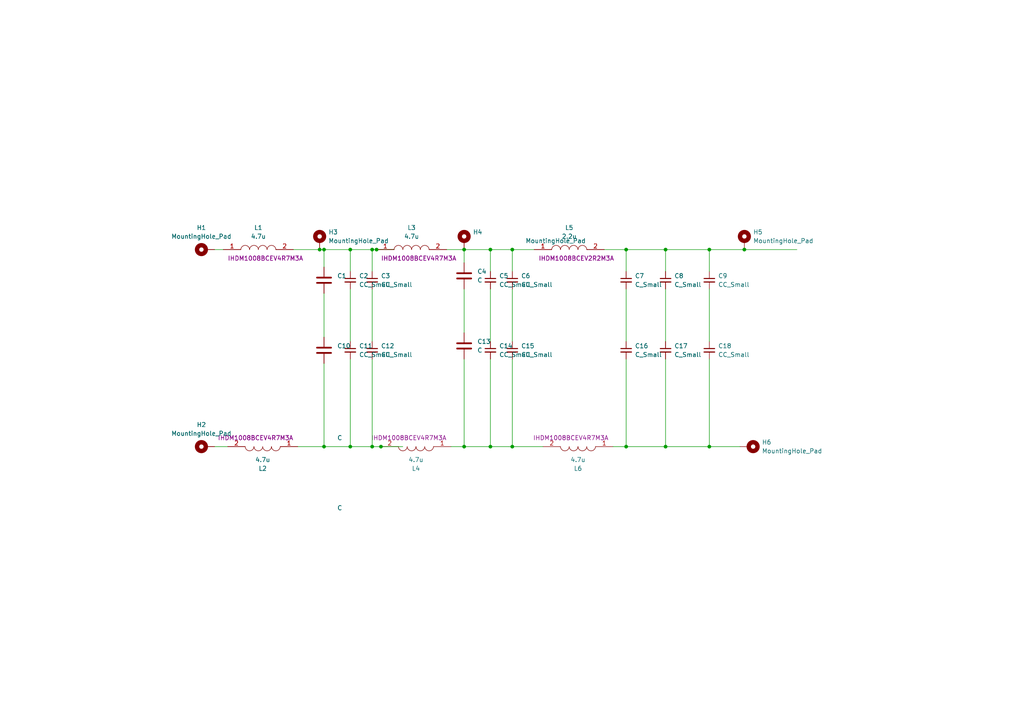
<source format=kicad_sch>
(kicad_sch (version 20230121) (generator eeschema)
  (paper "A4")
  (lib_symbols
    (symbol "Device:C" (pin_numbers hide) (pin_names (offset 0.254))
      (property "Reference" "C" (at 0.635 2.54 0))
      (property "Value" "C" (at 0.635 -2.54 0))
      (symbol "C_0_1"
        (polyline (pts (xy -2.032 -0.762) (xy 2.032 -0.762)) (stroke (width 0.508)))
        (polyline (pts (xy -2.032 0.762) (xy 2.032 0.762)) (stroke (width 0.508)))
      )
      (symbol "C_1_1"
        (pin passive line (at 0 3.81 270) (length 2.794) (name "~") (number "1"))
        (pin passive line (at 0 -3.81 90) (length 2.794) (name "~") (number "2"))
      )
    )
    (symbol "Device:C_Small" (pin_numbers hide) (pin_names (offset 0.254) hide)
      (property "Reference" "C" (at 0.254 1.778 0))
      (property "Value" "C_Small" (at 0.254 -2.032 0))
      (symbol "C_Small_0_1"
        (polyline (pts (xy -1.524 -0.508) (xy 1.524 -0.508)) (stroke (width 0.3302)))
        (polyline (pts (xy -1.524 0.508) (xy 1.524 0.508)) (stroke (width 0.3048)))
      )
      (symbol "C_Small_1_1"
        (pin passive line (at 0 2.54 270) (length 2.032) (name "~") (number "1"))
        (pin passive line (at 0 -2.54 90) (length 2.032) (name "~") (number "2"))
      )
    )
    (symbol "Mechanical:MountingHole_Pad" (pin_numbers hide) (pin_names (offset 1.016) hide)
      (property "Reference" "H" (at 0 6.35 0))
      (property "Value" "MountingHole_Pad" (at 0 4.445 0))
      (symbol "MountingHole_Pad_0_1"
        (circle (center 0 1.27) (radius 1.27) (stroke (width 1.27)))
      )
      (symbol "MountingHole_Pad_1_1"
        (pin input line (at 0 -2.54 90) (length 2.54) (name "1") (number "1"))
      )
    )
    (symbol "New_Library:IHDM1008BCEV100M30" (pin_names (offset 0.762))
      (property "Reference" "L" (at 16.51 6.35 0))
      (property "Value" "IHDM1008BCEV100M30" (at 16.51 3.81 0))
      (symbol "IHDM1008BCEV100M30_0_0"
        (pin passive line (at 0 0 0) (length 5.08) (name "~") (number "1"))
        (pin passive line (at 20.32 0 180) (length 5.08) (name "~") (number "2"))
      )
      (symbol "IHDM1008BCEV100M30_0_1"
        (arc (start 7.62 0) (mid 6.35 1.2202) (end 5.08 0) (stroke (width 0.1524)))
        (arc (start 10.16 0) (mid 8.89 1.2202) (end 7.62 0) (stroke (width 0.1524)))
        (arc (start 12.7 0) (mid 11.43 1.2202) (end 10.16 0) (stroke (width 0.1524)))
        (arc (start 15.24 0) (mid 13.97 1.2202) (end 12.7 0) (stroke (width 0.1524)))
      )
    )
  )
  (junction (at 134.62 72.39))
  (junction (at 109.22 72.39))
  (junction (at 181.61 72.39))
  (junction (at 142.24 72.39))
  (junction (at 101.6 72.39))
  (junction (at 205.74 129.54))
  (junction (at 205.74 72.39))
  (junction (at 142.24 129.54))
  (junction (at 148.59 72.39))
  (junction (at 93.98 72.39))
  (junction (at 92.71 72.39))
  (junction (at 193.04 72.39))
  (junction (at 134.62 129.54))
  (junction (at 107.95 129.54))
  (junction (at 215.9 72.39))
  (junction (at 110.49 129.54))
  (junction (at 101.6 129.54))
  (junction (at 181.61 129.54))
  (junction (at 193.04 129.54))
  (junction (at 148.59 129.54))
  (junction (at 107.95 72.39))
  (junction (at 93.98 129.54))
  (wire (pts (xy 181.61 104.14) (xy 181.61 129.54)))
  (wire (pts (xy 193.04 104.14) (xy 193.04 129.54)))
  (wire (pts (xy 148.59 72.39) (xy 154.94 72.39)))
  (wire (pts (xy 107.95 83.82) (xy 107.95 99.06)))
  (wire (pts (xy 107.95 72.39) (xy 109.22 72.39)))
  (wire (pts (xy 107.95 72.39) (xy 107.95 78.74)))
  (wire (pts (xy 109.22 72.39) (xy 114.3 72.39)))
  (wire (pts (xy 193.04 129.54) (xy 205.74 129.54)))
  (wire (pts (xy 205.74 72.39) (xy 193.04 72.39)))
  (wire (pts (xy 148.59 72.39) (xy 148.59 78.74)))
  (wire (pts (xy 142.24 72.39) (xy 142.24 78.74)))
  (wire (pts (xy 134.62 72.39) (xy 134.62 76.2)))
  (wire (pts (xy 101.6 83.82) (xy 101.6 99.06)))
  (wire (pts (xy 107.95 104.14) (xy 107.95 129.54)))
  (wire (pts (xy 215.9 72.39) (xy 205.74 72.39)))
  (wire (pts (xy 130.81 129.54) (xy 134.62 129.54)))
  (wire (pts (xy 205.74 104.14) (xy 205.74 129.54)))
  (wire (pts (xy 134.62 83.82) (xy 134.62 96.52)))
  (wire (pts (xy 93.98 129.54) (xy 101.6 129.54)))
  (wire (pts (xy 101.6 72.39) (xy 107.95 72.39)))
  (wire (pts (xy 148.59 104.14) (xy 148.59 129.54)))
  (wire (pts (xy 129.54 72.39) (xy 134.62 72.39)))
  (wire (pts (xy 134.62 104.14) (xy 134.62 129.54)))
  (wire (pts (xy 134.62 129.54) (xy 142.24 129.54)))
  (wire (pts (xy 93.98 72.39) (xy 93.98 77.47)))
  (wire (pts (xy 205.74 129.54) (xy 214.63 129.54)))
  (wire (pts (xy 142.24 104.14) (xy 142.24 129.54)))
  (wire (pts (xy 177.8 129.54) (xy 181.61 129.54)))
  (wire (pts (xy 134.62 72.39) (xy 142.24 72.39)))
  (wire (pts (xy 175.26 72.39) (xy 181.61 72.39)))
  (wire (pts (xy 101.6 129.54) (xy 107.95 129.54)))
  (wire (pts (xy 62.23 129.54) (xy 66.04 129.54)))
  (wire (pts (xy 181.61 129.54) (xy 193.04 129.54)))
  (wire (pts (xy 62.23 72.39) (xy 64.77 72.39)))
  (wire (pts (xy 181.61 72.39) (xy 181.61 78.74)))
  (wire (pts (xy 231.14 72.39) (xy 215.9 72.39)))
  (wire (pts (xy 142.24 72.39) (xy 148.59 72.39)))
  (wire (pts (xy 142.24 83.82) (xy 142.24 99.06)))
  (wire (pts (xy 110.49 129.54) (xy 116.84 129.54)))
  (wire (pts (xy 142.24 129.54) (xy 148.59 129.54)))
  (wire (pts (xy 193.04 72.39) (xy 181.61 72.39)))
  (wire (pts (xy 93.98 105.41) (xy 93.98 129.54)))
  (wire (pts (xy 101.6 104.14) (xy 101.6 129.54)))
  (wire (pts (xy 107.95 129.54) (xy 110.49 129.54)))
  (wire (pts (xy 148.59 83.82) (xy 148.59 99.06)))
  (wire (pts (xy 193.04 83.82) (xy 193.04 99.06)))
  (wire (pts (xy 148.59 129.54) (xy 157.48 129.54)))
  (wire (pts (xy 205.74 83.82) (xy 205.74 99.06)))
  (wire (pts (xy 93.98 72.39) (xy 101.6 72.39)))
  (wire (pts (xy 86.36 129.54) (xy 93.98 129.54)))
  (wire (pts (xy 85.09 72.39) (xy 92.71 72.39)))
  (wire (pts (xy 193.04 72.39) (xy 193.04 78.74)))
  (wire (pts (xy 181.61 83.82) (xy 181.61 99.06)))
  (wire (pts (xy 101.6 72.39) (xy 101.6 78.74)))
  (wire (pts (xy 93.98 85.09) (xy 93.98 97.79)))
  (wire (pts (xy 205.74 72.39) (xy 205.74 78.74)))
  (wire (pts (xy 92.71 72.39) (xy 93.98 72.39)))
  (symbol (lib_id "Device:C_Small") (at 101.6 81.28 0) (unit 1)
    (property "Reference" "C2" (at 104.14 80.0163 0) (effects (justify left)))
    (property "Value" "CC_Small" (at 104.14 82.5563 0) (effects (justify left)))
    (property "Footprint" "Capacitor_THT:C_Rect_L7.0mm_W3.5mm_P5.00mm" (effects hide))
  )
  (symbol (lib_id "Device:C_Small") (at 148.59 81.28 0) (unit 1)
    (property "Reference" "C6" (at 151.13 80.0163 0) (effects (justify left)))
    (property "Value" "CC_Small" (at 151.13 82.5563 0) (effects (justify left)))
    (property "Footprint" "Capacitor_THT:C_Rect_L7.0mm_W3.5mm_P5.00mm" (effects hide))
  )
  (symbol (lib_id "Device:C_Small") (at 181.61 81.28 0) (unit 1)
    (property "Reference" "C7" (at 184.15 80.0163 0) (effects (justify left)))
    (property "Value" "C_Small" (at 184.15 82.5563 0) (effects (justify left)))
    (property "Footprint" "Capacitor_THT:C_Rect_L7.0mm_W6.5mm_P5.00mm" (effects hide))
  )
  (symbol (lib_id "New_Library:IHDM1008BCEV100M30") (at 177.8 129.54 180) (unit 1)
    (property "Reference" "L6" (at 167.64 135.89 0))
    (property "Value" "4.7u" (at 167.64 133.35 0))
    (property "Footprint" "AA-MyLibrary:IHDM1008BCEV1R2M3A" (effects hide))
    (property "Datasheet" "https://www.mouser.com/datasheet/2/427/ihdm-1008bc-v0-1596104.pdf" (effects hide))
    (property "Description" "IHDM1008BCEV4R7M3A" (at 176.53 127 0) (effects (justify left)))
    (property "Height" "22.75" (effects hide))
    (property "Manufacturer_Name" "Vishay" (effects hide))
    (property "Manufacturer_Part_Number" "IHDM1008BCEV100M30" (effects hide))
    (property "Mouser Part Number" "70-IHDM1008BCV100M30" (effects hide))
    (property "Mouser Price/Stock" "https://www.mouser.co.uk/ProductDetail/Vishay-Dale/IHDM1008BCEV100M30?qs=T3oQrply3y8HteQqJVJyLg%3D%3D" (effects hide))
  )
  (symbol (lib_id "New_Library:IHDM1008BCEV100M30") (at 64.77 72.39 0) (unit 1)
    (property "Reference" "L1" (at 74.93 66.04 0))
    (property "Value" "4.7u" (at 74.93 68.58 0))
    (property "Footprint" "AA-MyLibrary:IHDM1008BCEV1R2M3A" (effects hide))
    (property "Datasheet" "https://www.mouser.com/datasheet/2/427/ihdm-1008bc-v0-1596104.pdf" (effects hide))
    (property "Description" "IHDM1008BCEV4R7M3A" (at 66.04 74.93 0) (effects (justify left)))
    (property "Height" "22.75" (effects hide))
    (property "Manufacturer_Name" "Vishay" (effects hide))
    (property "Manufacturer_Part_Number" "IHDM1008BCEV100M30" (effects hide))
    (property "Mouser Part Number" "70-IHDM1008BCV100M30" (effects hide))
    (property "Mouser Price/Stock" "https://www.mouser.co.uk/ProductDetail/Vishay-Dale/IHDM1008BCEV100M30?qs=T3oQrply3y8HteQqJVJyLg%3D%3D" (effects hide))
  )
  (symbol (lib_id "Device:C") (at 134.62 100.33 0) (unit 1)
    (property "Reference" "C13" (at 138.43 99.06 0) (effects (justify left)))
    (property "Value" "C" (at 138.43 101.6 0) (effects (justify left)))
    (property "Footprint" "AA-MyLibrary:KTD500B157M99A0B00" (effects hide))
  )
  (symbol (lib_id "New_Library:IHDM1008BCEV100M30") (at 86.36 129.54 180) (unit 1)
    (property "Reference" "L2" (at 76.2 135.89 0))
    (property "Value" "4.7u" (at 76.2 133.35 0))
    (property "Footprint" "AA-MyLibrary:IHDM1008BCEV1R2M3A" (effects hide))
    (property "Datasheet" "https://www.mouser.com/datasheet/2/427/ihdm-1008bc-v0-1596104.pdf" (effects hide))
    (property "Description" "IHDM1008BCEV4R7M3A" (at 85.09 127 0) (effects (justify left)))
    (property "Height" "22.75" (effects hide))
    (property "Manufacturer_Name" "Vishay" (effects hide))
    (property "Manufacturer_Part_Number" "IHDM1008BCEV100M30" (effects hide))
    (property "Mouser Part Number" "70-IHDM1008BCV100M30" (effects hide))
    (property "Mouser Price/Stock" "https://www.mouser.co.uk/ProductDetail/Vishay-Dale/IHDM1008BCEV100M30?qs=T3oQrply3y8HteQqJVJyLg%3D%3D" (effects hide))
  )
  (symbol (lib_id "Device:C_Small") (at 107.95 101.6 0) (unit 1)
    (property "Reference" "C12" (at 110.49 100.3363 0) (effects (justify left)))
    (property "Value" "CC_Small" (at 110.49 102.8763 0) (effects (justify left)))
    (property "Footprint" "Capacitor_THT:C_Rect_L7.0mm_W3.5mm_P5.00mm" (effects hide))
  )
  (symbol (lib_id "Device:C_Small") (at 205.74 101.6 0) (unit 1)
    (property "Reference" "C18" (at 208.28 100.3363 0) (effects (justify left)))
    (property "Value" "CC_Small" (at 208.28 102.8763 0) (effects (justify left)))
    (property "Footprint" "Capacitor_THT:C_Rect_L7.0mm_W3.5mm_P5.00mm" (effects hide))
  )
  (symbol (lib_id "Device:C_Small") (at 193.04 81.28 0) (unit 1)
    (property "Reference" "C8" (at 195.58 80.0163 0) (effects (justify left)))
    (property "Value" "C_Small" (at 195.58 82.5563 0) (effects (justify left)))
    (property "Footprint" "Capacitor_THT:C_Rect_L7.0mm_W6.5mm_P5.00mm" (effects hide))
  )
  (symbol (lib_id "Device:C") (at 134.62 80.01 0) (unit 1)
    (property "Reference" "C4" (at 138.43 78.74 0) (effects (justify left)))
    (property "Value" "C" (at 138.43 81.28 0) (effects (justify left)))
    (property "Footprint" "AA-MyLibrary:KTD500B157M99A0B00" (effects hide))
  )
  (symbol (lib_id "Device:C_Small") (at 181.61 101.6 0) (unit 1)
    (property "Reference" "C16" (at 184.15 100.3363 0) (effects (justify left)))
    (property "Value" "C_Small" (at 184.15 102.8763 0) (effects (justify left)))
    (property "Footprint" "Capacitor_THT:C_Rect_L7.0mm_W6.5mm_P5.00mm" (effects hide))
  )
  (symbol (lib_id "Device:C_Small") (at 101.6 101.6 0) (unit 1)
    (property "Reference" "C11" (at 104.14 100.3363 0) (effects (justify left)))
    (property "Value" "CC_Small" (at 104.14 102.8763 0) (effects (justify left)))
    (property "Footprint" "Capacitor_THT:C_Rect_L7.0mm_W3.5mm_P5.00mm" (effects hide))
  )
  (symbol (lib_id "Device:C_Small") (at 193.04 101.6 0) (unit 1)
    (property "Reference" "C17" (at 195.58 100.3363 0) (effects (justify left)))
    (property "Value" "C_Small" (at 195.58 102.8763 0) (effects (justify left)))
    (property "Footprint" "Capacitor_THT:C_Rect_L7.0mm_W6.5mm_P5.00mm" (effects hide))
  )
  (symbol (lib_id "Mechanical:MountingHole_Pad") (at 215.9 69.85 0) (unit 1)
    (property "Reference" "H5" (at 218.44 67.31 0) (effects (justify left)))
    (property "Value" "MountingHole_Pad" (at 218.44 69.85 0) (effects (justify left)))
    (property "Footprint" "MountingHole:MountingHole_6.4mm_M6_ISO7380_Pad" (effects hide))
  )
  (symbol (lib_id "Device:C_Small") (at 142.24 101.6 0) (unit 1)
    (property "Reference" "C14" (at 144.78 100.3363 0) (effects (justify left)))
    (property "Value" "CC_Small" (at 144.78 102.8763 0) (effects (justify left)))
    (property "Footprint" "Capacitor_THT:C_Rect_L7.0mm_W3.5mm_P5.00mm" (effects hide))
  )
  (symbol (lib_id "Device:C") (at 93.98 101.6 0) (unit 1)
    (property "Reference" "C10" (at 97.79 100.33 0) (effects (justify left)))
    (property "Value" "C" (at 97.79 147.32 0) (effects (justify left)))
    (property "Footprint" "AA-MyLibrary:KTD500B157M99A0B00" (effects hide))
  )
  (symbol (lib_id "Device:C_Small") (at 142.24 81.28 0) (unit 1)
    (property "Reference" "C5" (at 144.78 80.0163 0) (effects (justify left)))
    (property "Value" "CC_Small" (at 144.78 82.5563 0) (effects (justify left)))
    (property "Footprint" "Capacitor_THT:C_Rect_L7.0mm_W3.5mm_P5.00mm" (effects hide))
  )
  (symbol (lib_id "Mechanical:MountingHole_Pad") (at 134.62 69.85 0) (unit 1)
    (property "Reference" "H4" (at 137.16 67.31 0) (effects (justify left)))
    (property "Value" "MountingHole_Pad" (at 152.4 69.85 0) (effects (justify left)))
    (property "Footprint" "MountingHole:MountingHole_6.4mm_M6_ISO7380_Pad" (effects hide))
  )
  (symbol (lib_id "Mechanical:MountingHole_Pad") (at 217.17 129.54 270) (unit 1)
    (property "Reference" "H6" (at 220.98 128.27 90) (effects (justify left)))
    (property "Value" "MountingHole_Pad" (at 220.98 130.81 90) (effects (justify left)))
    (property "Footprint" "MountingHole:MountingHole_6.4mm_M6_ISO7380_Pad" (effects hide))
  )
  (symbol (lib_id "New_Library:IHDM1008BCEV100M30") (at 109.22 72.39 0) (unit 1)
    (property "Reference" "L3" (at 119.38 66.04 0))
    (property "Value" "4.7u" (at 119.38 68.58 0))
    (property "Footprint" "AA-MyLibrary:IHDM1008BCEV1R2M3A" (effects hide))
    (property "Datasheet" "https://www.mouser.com/datasheet/2/427/ihdm-1008bc-v0-1596104.pdf" (effects hide))
    (property "Description" "IHDM1008BCEV4R7M3A" (at 110.49 74.93 0) (effects (justify left)))
    (property "Height" "22.75" (effects hide))
    (property "Manufacturer_Name" "Vishay" (effects hide))
    (property "Manufacturer_Part_Number" "IHDM1008BCEV100M30" (effects hide))
    (property "Mouser Part Number" "70-IHDM1008BCV100M30" (effects hide))
    (property "Mouser Price/Stock" "https://www.mouser.co.uk/ProductDetail/Vishay-Dale/IHDM1008BCEV100M30?qs=T3oQrply3y8HteQqJVJyLg%3D%3D" (effects hide))
  )
  (symbol (lib_id "Mechanical:MountingHole_Pad") (at 92.71 69.85 0) (unit 1)
    (property "Reference" "H3" (at 95.25 67.31 0) (effects (justify left)))
    (property "Value" "MountingHole_Pad" (at 95.25 69.85 0) (effects (justify left)))
    (property "Footprint" "MountingHole:MountingHole_6.4mm_M6_ISO7380_Pad" (effects hide))
  )
  (symbol (lib_id "Mechanical:MountingHole_Pad") (at 59.69 72.39 90) (unit 1)
    (property "Reference" "H1" (at 58.42 66.04 90))
    (property "Value" "MountingHole_Pad" (at 58.42 68.58 90))
    (property "Footprint" "MountingHole:MountingHole_6.4mm_M6_ISO7380_Pad" (effects hide))
  )
  (symbol (lib_id "New_Library:IHDM1008BCEV100M30") (at 130.81 129.54 180) (unit 1)
    (property "Reference" "L4" (at 120.65 135.89 0))
    (property "Value" "4.7u" (at 120.65 133.35 0))
    (property "Footprint" "AA-MyLibrary:IHDM1008BCEV1R2M3A" (effects hide))
    (property "Datasheet" "https://www.mouser.com/datasheet/2/427/ihdm-1008bc-v0-1596104.pdf" (effects hide))
    (property "Description" "IHDM1008BCEV4R7M3A" (at 129.54 127 0) (effects (justify left)))
    (property "Height" "22.75" (effects hide))
    (property "Manufacturer_Name" "Vishay" (effects hide))
    (property "Manufacturer_Part_Number" "IHDM1008BCEV100M30" (effects hide))
    (property "Mouser Part Number" "70-IHDM1008BCV100M30" (effects hide))
    (property "Mouser Price/Stock" "https://www.mouser.co.uk/ProductDetail/Vishay-Dale/IHDM1008BCEV100M30?qs=T3oQrply3y8HteQqJVJyLg%3D%3D" (effects hide))
  )
  (symbol (lib_id "New_Library:IHDM1008BCEV100M30") (at 154.94 72.39 0) (unit 1)
    (property "Reference" "L5" (at 165.1 66.04 0))
    (property "Value" "2.2u" (at 165.1 68.58 0))
    (property "Footprint" "AA-MyLibrary:IHDM1008BCEV1R2M3A" (effects hide))
    (property "Datasheet" "https://www.mouser.com/datasheet/2/427/ihdm-1008bc-v0-1596104.pdf" (effects hide))
    (property "Description" "IHDM1008BCEV2R2M3A" (at 156.21 74.93 0) (effects (justify left)))
    (property "Height" "22.75" (effects hide))
    (property "Manufacturer_Name" "Vishay" (effects hide))
    (property "Manufacturer_Part_Number" "IHDM1008BCEV100M30" (effects hide))
    (property "Mouser Part Number" "70-IHDM1008BCV100M30" (effects hide))
    (property "Mouser Price/Stock" "https://www.mouser.co.uk/ProductDetail/Vishay-Dale/IHDM1008BCEV100M30?qs=T3oQrply3y8HteQqJVJyLg%3D%3D" (effects hide))
  )
  (symbol (lib_id "Device:C_Small") (at 148.59 101.6 0) (unit 1)
    (property "Reference" "C15" (at 151.13 100.3363 0) (effects (justify left)))
    (property "Value" "CC_Small" (at 151.13 102.8763 0) (effects (justify left)))
    (property "Footprint" "Capacitor_THT:C_Rect_L7.0mm_W3.5mm_P5.00mm" (effects hide))
  )
  (symbol (lib_id "Device:C_Small") (at 205.74 81.28 0) (unit 1)
    (property "Reference" "C9" (at 208.28 80.0163 0) (effects (justify left)))
    (property "Value" "CC_Small" (at 208.28 82.5563 0) (effects (justify left)))
    (property "Footprint" "Capacitor_THT:C_Rect_L7.0mm_W3.5mm_P5.00mm" (effects hide))
  )
  (symbol (lib_id "Mechanical:MountingHole_Pad") (at 59.69 129.54 90) (unit 1)
    (property "Reference" "H2" (at 58.42 123.19 90))
    (property "Value" "MountingHole_Pad" (at 58.42 125.73 90))
    (property "Footprint" "MountingHole:MountingHole_6.4mm_M6_ISO7380_Pad" (effects hide))
  )
  (symbol (lib_id "Device:C_Small") (at 107.95 81.28 0) (unit 1)
    (property "Reference" "C3" (at 110.49 80.0163 0) (effects (justify left)))
    (property "Value" "CC_Small" (at 110.49 82.5563 0) (effects (justify left)))
    (property "Footprint" "Capacitor_THT:C_Rect_L7.0mm_W3.5mm_P5.00mm" (effects hide))
  )
  (symbol (lib_id "Device:C") (at 93.98 81.28 0) (unit 1)
    (property "Reference" "C1" (at 97.79 80.01 0) (effects (justify left)))
    (property "Value" "C" (at 97.79 127 0) (effects (justify left)))
    (property "Footprint" "AA-MyLibrary:KTD500B157M99A0B00" (effects hide))
  )
)
</source>
